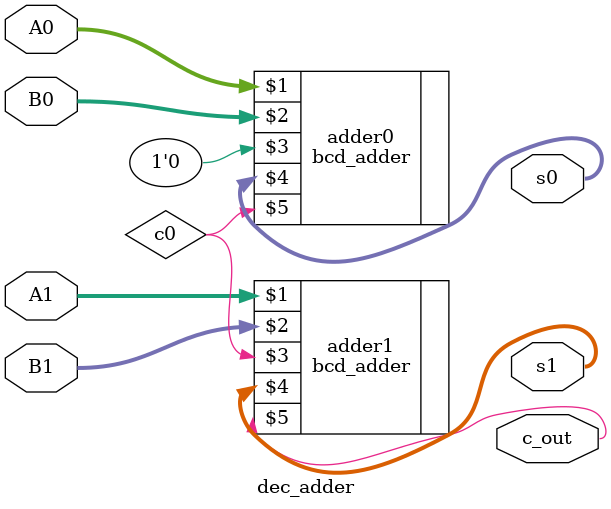
<source format=v>
`timescale 1ns / 1ps

module dec_adder(
    input [3:0] A1, A0,
    input [3:0] B1, B0,
    output [3:0] s1, s0,
    output c_out);
    
    wire c0;

	bcd_adder adder0(A0, B0, 1'b0, s0, c0);
	bcd_adder adder1(A1, B1, c0, s1, c_out);
endmodule

</source>
